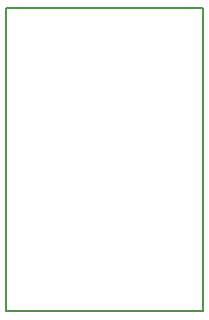
<source format=gko>
%FSLAX44Y44*%
%MOMM*%
G71*
G01*
G75*
%ADD10C,0.2032*%
%ADD11R,1.2000X2.2500*%
%ADD12R,0.5200X0.4200*%
%ADD13R,0.4200X0.5200*%
%ADD14R,7.1500X7.1500*%
%ADD15O,0.7620X0.2286*%
%ADD16O,0.2286X0.7620*%
%ADD17R,0.6604X0.7112*%
%ADD18R,1.1430X1.2700*%
%ADD19R,1.3208X0.9652*%
%ADD20C,0.3810*%
%ADD21C,0.1524*%
%ADD22C,0.2540*%
%ADD23C,0.5080*%
%ADD24C,1.2000*%
%ADD25C,3.2000*%
%ADD26C,0.6604*%
%ADD27R,1.1430X0.8128*%
%ADD28R,1.0668X0.8128*%
%ADD29R,1.3970X0.8636*%
%ADD30R,0.7620X1.4732*%
%ADD31R,0.9144X1.4732*%
%ADD32R,1.4224X1.4224*%
%ADD33R,0.7620X1.3716*%
%ADD34R,1.0668X1.5240*%
%ADD35R,0.6096X1.7272*%
%ADD36R,0.5588X1.7272*%
%ADD37O,0.3302X1.3208*%
%ADD38C,0.1778*%
%ADD39C,0.1520*%
D38*
X2461580Y1900569D02*
X2628712D01*
X2461580D02*
Y2157363D01*
X2628712D01*
Y1900569D02*
Y2157363D01*
M02*

</source>
